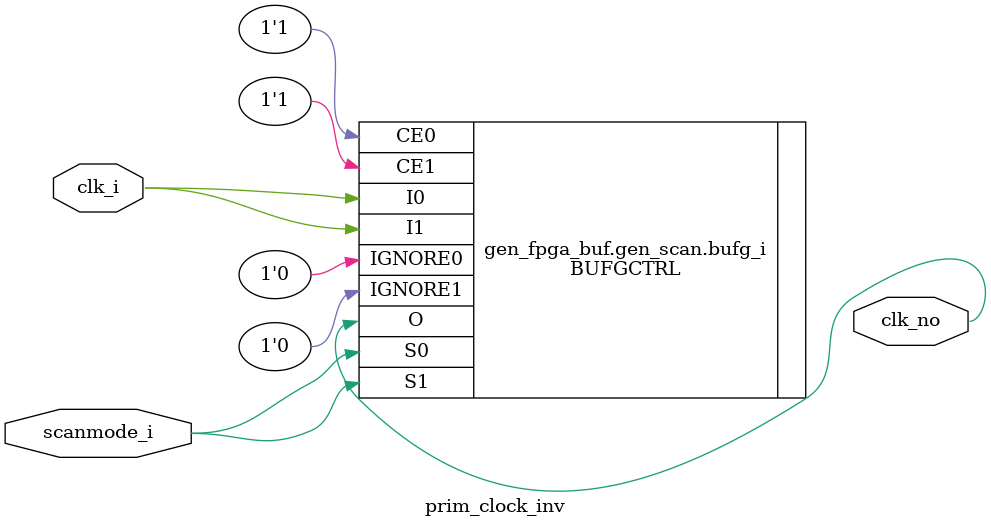
<source format=sv>

module prim_clock_inv #(
  parameter bit HasScanMode = 1'b1,
  parameter bit NoFpgaBufG = 1'b0
) (
  input clk_i,
  input scanmode_i,
  output logic clk_no    // Inverted
);

  if (NoFpgaBufG) begin : gen_no_fpga_buf
    if (HasScanMode) begin : gen_scan
      assign clk_no = scanmode_i ? clk_i : ~clk_i;
    end else begin : gen_no_scan
      assign clk_no = clk_i;
    end
  end else begin : gen_fpga_buf
    if (HasScanMode) begin : gen_scan
      BUFGCTRL #(
        .IS_I0_INVERTED(1'b1),
        .IS_S0_INVERTED(1'b1)
      ) bufg_i (
        .I0(clk_i),
        .I1(clk_i),
        .CE0(1'b1),
        .CE1(1'b1),
        .IGNORE0(1'b0),
        .IGNORE1(1'b0),
        .S0(scanmode_i),
        .S1(scanmode_i),
        .O(clk_no)
      );
    end else begin : gen_no_scan
      logic unused_scanmode;
      assign unused_scanmode = scanmode_i;

      BUFGCE #(
        .IS_I_INVERTED(1'b1)
      ) bufg_i (
        .I(clk_i),
        .CE(1'b1),
        .O(clk_no)
      );
    end
  end


endmodule

</source>
